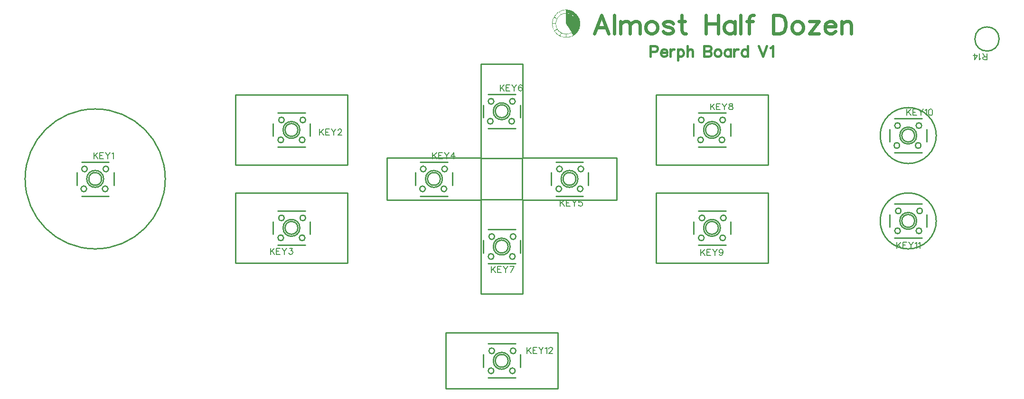
<source format=gto>
G04 Layer: TopSilkscreenLayer*
G04 EasyEDA v6.5.38, 2023-12-04 19:03:53*
G04 b5bff3c8101f4f8dbc120533c369a027,9f3f2715377c499da2f37e4e16011465,10*
G04 Gerber Generator version 0.2*
G04 Scale: 100 percent, Rotated: No, Reflected: No *
G04 Dimensions in millimeters *
G04 leading zeros omitted , absolute positions ,4 integer and 5 decimal *
%FSLAX45Y45*%
%MOMM*%

%ADD10C,0.6000*%
%ADD11C,0.4000*%
%ADD12C,0.1524*%
%ADD13C,0.2540*%

%LPD*%
G36*
X10705490Y12649962D02*
G01*
X10691520Y12649809D01*
X10678363Y12649047D01*
X10668254Y12647879D01*
X10658652Y12646507D01*
X10640923Y12642900D01*
X10629290Y12639751D01*
X10622737Y12637770D01*
X10610596Y12633401D01*
X10599978Y12629235D01*
X10578693Y12618720D01*
X10568445Y12612624D01*
X10586567Y12612624D01*
X10586567Y12614402D01*
X10598454Y12620142D01*
X10608564Y12624612D01*
X10622229Y12629642D01*
X10632490Y12632842D01*
X10642447Y12635433D01*
X10651032Y12637414D01*
X10662920Y12639395D01*
X10678363Y12641478D01*
X10696752Y12642392D01*
X10698327Y12641783D01*
X10698226Y12593675D01*
X10697565Y12588138D01*
X10682935Y12587427D01*
X10667015Y12585090D01*
X10698530Y12585090D01*
X10698988Y12586868D01*
X10715802Y12586817D01*
X10725912Y12585954D01*
X10737545Y12584328D01*
X10749432Y12581839D01*
X10759287Y12579248D01*
X10769396Y12575844D01*
X10780014Y12571679D01*
X10795203Y12564262D01*
X10803788Y12559284D01*
X10816234Y12551003D01*
X10829086Y12540691D01*
X10845444Y12524536D01*
X10852454Y12515951D01*
X10857484Y12509347D01*
X10864596Y12498781D01*
X10869676Y12490196D01*
X10876178Y12477038D01*
X10878566Y12471501D01*
X10882579Y12460935D01*
X10885576Y12451334D01*
X10888573Y12439700D01*
X10890961Y12425578D01*
X10892332Y12415469D01*
X10892332Y12385192D01*
X10888624Y12360960D01*
X10884966Y12346787D01*
X10881563Y12336729D01*
X10876330Y12323572D01*
X10870488Y12311989D01*
X10865612Y12303404D01*
X10856518Y12289739D01*
X10846816Y12277648D01*
X10839196Y12269622D01*
X10830102Y12260783D01*
X10822025Y12254077D01*
X10812932Y12247270D01*
X10805312Y12242190D01*
X10798403Y12238024D01*
X10797743Y12238024D01*
X10794949Y12242596D01*
X10794949Y12243308D01*
X10801807Y12247321D01*
X10813440Y12255398D01*
X10826089Y12265456D01*
X10840262Y12279680D01*
X10848340Y12289383D01*
X10856671Y12300966D01*
X10863580Y12312497D01*
X10867593Y12320066D01*
X10873333Y12332665D01*
X10876483Y12341250D01*
X10880394Y12354102D01*
X10882579Y12362942D01*
X10883950Y12371019D01*
X10886135Y12387681D01*
X10886135Y12412929D01*
X10883900Y12430099D01*
X10881512Y12442240D01*
X10878007Y12454839D01*
X10872724Y12469469D01*
X10864342Y12486894D01*
X10859008Y12495733D01*
X10852251Y12505842D01*
X10844072Y12516307D01*
X10836198Y12524892D01*
X10824057Y12536678D01*
X10813948Y12544755D01*
X10805312Y12550902D01*
X10793171Y12558217D01*
X10780522Y12564567D01*
X10769904Y12569037D01*
X10757255Y12573203D01*
X10746638Y12576149D01*
X10736021Y12578232D01*
X10720324Y12580264D01*
X10698937Y12580975D01*
X10698530Y12585090D01*
X10667015Y12585090D01*
X10656112Y12582753D01*
X10646511Y12580264D01*
X10634370Y12576200D01*
X10622381Y12571171D01*
X10613948Y12567056D01*
X10612526Y12567564D01*
X10586567Y12612624D01*
X10568445Y12612624D01*
X10555935Y12604343D01*
X10546334Y12597231D01*
X10530687Y12584074D01*
X10515498Y12568936D01*
X10506760Y12558826D01*
X10497718Y12547244D01*
X10487507Y12532106D01*
X10479906Y12518948D01*
X10488930Y12518948D01*
X10488930Y12519710D01*
X10496194Y12531598D01*
X10504830Y12544196D01*
X10512856Y12554305D01*
X10522051Y12564922D01*
X10534192Y12577013D01*
X10545826Y12587173D01*
X10553446Y12593167D01*
X10560507Y12598349D01*
X10570108Y12604750D01*
X10578693Y12610033D01*
X10579557Y12609830D01*
X10600740Y12573203D01*
X10600740Y12572644D01*
X10602569Y12569952D01*
X10606278Y12563144D01*
X10606278Y12562636D01*
X10602468Y12560706D01*
X10587837Y12550851D01*
X10578134Y12543028D01*
X10567568Y12533528D01*
X10557408Y12522504D01*
X10550855Y12514427D01*
X10540238Y12499289D01*
X10536224Y12492482D01*
X10535056Y12492482D01*
X10497820Y12513716D01*
X10496753Y12514529D01*
X10488930Y12518948D01*
X10479906Y12518948D01*
X10473131Y12505842D01*
X10466578Y12490196D01*
X10461193Y12475057D01*
X10459110Y12467996D01*
X10456621Y12458395D01*
X10454487Y12448794D01*
X10452100Y12434671D01*
X10449966Y12414961D01*
X10449966Y12404750D01*
X10457434Y12404750D01*
X10458094Y12420498D01*
X10460177Y12437160D01*
X10462158Y12448286D01*
X10464241Y12457887D01*
X10469270Y12475464D01*
X10474350Y12489688D01*
X10475264Y12490653D01*
X10475264Y12491974D01*
X10484815Y12512141D01*
X10486644Y12511430D01*
X10531500Y12485827D01*
X10531957Y12484557D01*
X10525353Y12470384D01*
X10521238Y12458903D01*
X10518851Y12451334D01*
X10515752Y12439192D01*
X10513771Y12428575D01*
X10511688Y12410998D01*
X10511688Y12403683D01*
X10510723Y12403074D01*
X10457434Y12404750D01*
X10449966Y12404750D01*
X10449966Y12397130D01*
X10468762Y12396825D01*
X10511434Y12395250D01*
X10511444Y12394946D01*
X10519105Y12394946D01*
X10520426Y12399060D01*
X10519105Y12403175D01*
X10520273Y12419990D01*
X10521289Y12427610D01*
X10523372Y12438176D01*
X10525404Y12446762D01*
X10529519Y12459919D01*
X10534548Y12472517D01*
X10539984Y12483744D01*
X10547248Y12496241D01*
X10553801Y12505842D01*
X10563047Y12517424D01*
X10567568Y12522504D01*
X10577677Y12532664D01*
X10587837Y12541250D01*
X10596067Y12547447D01*
X10607548Y12554864D01*
X10616742Y12560096D01*
X10628579Y12565684D01*
X10638891Y12569799D01*
X10651540Y12573762D01*
X10660430Y12576098D01*
X10672572Y12578334D01*
X10686948Y12580162D01*
X10697819Y12580315D01*
X10697768Y12485116D01*
X10697006Y12400838D01*
X10699699Y12395758D01*
X10715040Y12371171D01*
X10715040Y12370765D01*
X10719460Y12363958D01*
X10793933Y12243968D01*
X10793933Y12243257D01*
X10787126Y12239294D01*
X10779048Y12235180D01*
X10765891Y12229490D01*
X10756747Y12226340D01*
X10749686Y12224308D01*
X10740085Y12221870D01*
X10729976Y12219940D01*
X10721848Y12218822D01*
X10711383Y12217806D01*
X10689488Y12217857D01*
X10676331Y12219279D01*
X10664190Y12221362D01*
X10657636Y12222886D01*
X10649762Y12225020D01*
X10635894Y12229541D01*
X10625531Y12233910D01*
X10614406Y12239498D01*
X10606024Y12244273D01*
X10595406Y12251334D01*
X10585805Y12258598D01*
X10581741Y12262002D01*
X10574680Y12268555D01*
X10566247Y12277140D01*
X10559338Y12285218D01*
X10549382Y12298527D01*
X10541609Y12311481D01*
X10534497Y12325756D01*
X10530484Y12335764D01*
X10526420Y12347803D01*
X10523931Y12357404D01*
X10521746Y12367768D01*
X10520273Y12378131D01*
X10519105Y12394946D01*
X10511444Y12394946D01*
X10511637Y12389205D01*
X10513263Y12373813D01*
X10515854Y12358420D01*
X10519206Y12345771D01*
X10521188Y12339218D01*
X10524896Y12329160D01*
X10529519Y12318542D01*
X10537190Y12304166D01*
X10536224Y12303252D01*
X10491470Y12278309D01*
X10489742Y12278664D01*
X10478566Y12300610D01*
X10475061Y12309449D01*
X10474350Y12310465D01*
X10469321Y12324588D01*
X10463580Y12345111D01*
X10460126Y12362942D01*
X10458094Y12379147D01*
X10457383Y12397130D01*
X10449966Y12397130D01*
X10449966Y12385852D01*
X10452049Y12365482D01*
X10454081Y12353391D01*
X10456164Y12343790D01*
X10459110Y12332157D01*
X10463580Y12318034D01*
X10467644Y12307163D01*
X10472470Y12295835D01*
X10480141Y12280696D01*
X10485712Y12271095D01*
X10494518Y12271095D01*
X10495737Y12272213D01*
X10540288Y12297003D01*
X10541355Y12297054D01*
X10551617Y12282678D01*
X10560100Y12272568D01*
X10574578Y12258090D01*
X10589818Y12245898D01*
X10604703Y12236145D01*
X10611358Y12232690D01*
X10611358Y12231878D01*
X10585500Y12187783D01*
X10584637Y12186920D01*
X10571124Y12194743D01*
X10559491Y12202515D01*
X10548366Y12210897D01*
X10542270Y12216028D01*
X10532160Y12225121D01*
X10521696Y12235738D01*
X10512907Y12245848D01*
X10503865Y12257379D01*
X10494518Y12271095D01*
X10485712Y12271095D01*
X10496651Y12254433D01*
X10505541Y12242800D01*
X10515600Y12231217D01*
X10527131Y12219533D01*
X10534192Y12212980D01*
X10543133Y12205563D01*
X10550144Y12200077D01*
X10565079Y12189663D01*
X10576119Y12183008D01*
X10592104Y12183008D01*
X10592104Y12184126D01*
X10618419Y12228880D01*
X10628579Y12224308D01*
X10639399Y12220244D01*
X10647019Y12217857D01*
X10653064Y12216231D01*
X10663174Y12213894D01*
X10683443Y12210745D01*
X10697870Y12210084D01*
X10698327Y12209322D01*
X10697596Y12173153D01*
X10704931Y12173153D01*
X10706201Y12209983D01*
X10716818Y12210745D01*
X10726928Y12211862D01*
X10740085Y12214148D01*
X10749229Y12216282D01*
X10761319Y12219889D01*
X10774984Y12224969D01*
X10791190Y12232843D01*
X10797235Y12236450D01*
X10798352Y12236500D01*
X10825378Y12193117D01*
X10824819Y12192152D01*
X10813948Y12186056D01*
X10796219Y12177572D01*
X10784078Y12172746D01*
X10766399Y12166904D01*
X10746638Y12162332D01*
X10730738Y12159792D01*
X10715802Y12158268D01*
X10705185Y12158116D01*
X10704931Y12173153D01*
X10697596Y12173153D01*
X10697311Y12159030D01*
X10696295Y12158014D01*
X10684408Y12158268D01*
X10669270Y12159792D01*
X10656316Y12161774D01*
X10642447Y12164669D01*
X10630814Y12167768D01*
X10618673Y12171781D01*
X10610189Y12174880D01*
X10607141Y12176404D01*
X10606379Y12176404D01*
X10592104Y12183008D01*
X10576119Y12183008D01*
X10596422Y12172594D01*
X10607598Y12167870D01*
X10626242Y12161316D01*
X10636859Y12158319D01*
X10650524Y12155220D01*
X10665714Y12152630D01*
X10678363Y12151207D01*
X10700004Y12149988D01*
X10722000Y12151207D01*
X10734497Y12152680D01*
X10746638Y12154662D01*
X10756747Y12156694D01*
X10766907Y12159284D01*
X10773968Y12161418D01*
X10792155Y12167768D01*
X10803788Y12172746D01*
X10820501Y12181078D01*
X10827562Y12185142D01*
X10838230Y12191695D01*
X10848340Y12198858D01*
X10862462Y12209983D01*
X10874095Y12220651D01*
X10884814Y12231725D01*
X10889843Y12237262D01*
X10896955Y12245848D01*
X10903356Y12254433D01*
X10911890Y12266980D01*
X10920526Y12281662D01*
X10926876Y12294311D01*
X10933176Y12308941D01*
X10936173Y12317018D01*
X10940592Y12331141D01*
X10943640Y12342266D01*
X10945672Y12351867D01*
X10947654Y12363450D01*
X10949990Y12382652D01*
X10949940Y12418517D01*
X10947247Y12439192D01*
X10945672Y12448286D01*
X10943640Y12457887D01*
X10938510Y12476073D01*
X10936173Y12483134D01*
X10930890Y12496749D01*
X10925200Y12509347D01*
X10917732Y12523520D01*
X10906506Y12541351D01*
X10899698Y12550749D01*
X10891062Y12561519D01*
X10881563Y12571984D01*
X10875619Y12578029D01*
X10866526Y12586614D01*
X10854893Y12596317D01*
X10846308Y12602819D01*
X10835182Y12610439D01*
X10819993Y12619532D01*
X10801299Y12628626D01*
X10792510Y12632334D01*
X10779048Y12637109D01*
X10768634Y12640310D01*
X10759033Y12642850D01*
X10739577Y12646812D01*
X10722864Y12648946D01*
G37*
D10*
X11327353Y12553279D02*
G01*
X11200099Y12219015D01*
X11327353Y12553279D02*
G01*
X11454607Y12219015D01*
X11247597Y12330521D02*
G01*
X11406855Y12330521D01*
X11559509Y12553279D02*
G01*
X11559509Y12219015D01*
X11664411Y12441773D02*
G01*
X11664411Y12219015D01*
X11664411Y12378273D02*
G01*
X11712163Y12425771D01*
X11744167Y12441773D01*
X11791919Y12441773D01*
X11823669Y12425771D01*
X11839417Y12378273D01*
X11839417Y12219015D01*
X11839417Y12378273D02*
G01*
X11887169Y12425771D01*
X11919173Y12441773D01*
X11966671Y12441773D01*
X11998675Y12425771D01*
X12014423Y12378273D01*
X12014423Y12219015D01*
X12199081Y12441773D02*
G01*
X12167331Y12425771D01*
X12135327Y12394021D01*
X12119579Y12346269D01*
X12119579Y12314519D01*
X12135327Y12266767D01*
X12167331Y12235017D01*
X12199081Y12219015D01*
X12246833Y12219015D01*
X12278583Y12235017D01*
X12310333Y12266767D01*
X12326335Y12314519D01*
X12326335Y12346269D01*
X12310333Y12394021D01*
X12278583Y12425771D01*
X12246833Y12441773D01*
X12199081Y12441773D01*
X12606243Y12394021D02*
G01*
X12590495Y12425771D01*
X12542743Y12441773D01*
X12494991Y12441773D01*
X12447239Y12425771D01*
X12431237Y12394021D01*
X12447239Y12362271D01*
X12478989Y12346269D01*
X12558491Y12330521D01*
X12590495Y12314519D01*
X12606243Y12282769D01*
X12606243Y12266767D01*
X12590495Y12235017D01*
X12542743Y12219015D01*
X12494991Y12219015D01*
X12447239Y12235017D01*
X12431237Y12266767D01*
X12759151Y12553279D02*
G01*
X12759151Y12282769D01*
X12774899Y12235017D01*
X12806903Y12219015D01*
X12838653Y12219015D01*
X12711399Y12441773D02*
G01*
X12822651Y12441773D01*
X13188665Y12553279D02*
G01*
X13188665Y12219015D01*
X13411423Y12553279D02*
G01*
X13411423Y12219015D01*
X13188665Y12394021D02*
G01*
X13411423Y12394021D01*
X13707333Y12441773D02*
G01*
X13707333Y12219015D01*
X13707333Y12394021D02*
G01*
X13675329Y12425771D01*
X13643579Y12441773D01*
X13595827Y12441773D01*
X13564077Y12425771D01*
X13532327Y12394021D01*
X13516325Y12346269D01*
X13516325Y12314519D01*
X13532327Y12266767D01*
X13564077Y12235017D01*
X13595827Y12219015D01*
X13643579Y12219015D01*
X13675329Y12235017D01*
X13707333Y12266767D01*
X13812235Y12553279D02*
G01*
X13812235Y12219015D01*
X14044391Y12553279D02*
G01*
X14012641Y12553279D01*
X13980891Y12537277D01*
X13964889Y12489525D01*
X13964889Y12219015D01*
X13917137Y12441773D02*
G01*
X14028643Y12441773D01*
X14394403Y12553279D02*
G01*
X14394403Y12219015D01*
X14394403Y12553279D02*
G01*
X14505909Y12553279D01*
X14553661Y12537277D01*
X14585411Y12505527D01*
X14601413Y12473523D01*
X14617161Y12425771D01*
X14617161Y12346269D01*
X14601413Y12298517D01*
X14585411Y12266767D01*
X14553661Y12235017D01*
X14505909Y12219015D01*
X14394403Y12219015D01*
X14801819Y12441773D02*
G01*
X14770069Y12425771D01*
X14738065Y12394021D01*
X14722317Y12346269D01*
X14722317Y12314519D01*
X14738065Y12266767D01*
X14770069Y12235017D01*
X14801819Y12219015D01*
X14849571Y12219015D01*
X14881321Y12235017D01*
X14913071Y12266767D01*
X14929073Y12314519D01*
X14929073Y12346269D01*
X14913071Y12394021D01*
X14881321Y12425771D01*
X14849571Y12441773D01*
X14801819Y12441773D01*
X15208981Y12441773D02*
G01*
X15033975Y12219015D01*
X15033975Y12441773D02*
G01*
X15208981Y12441773D01*
X15033975Y12219015D02*
G01*
X15208981Y12219015D01*
X15314137Y12346269D02*
G01*
X15504891Y12346269D01*
X15504891Y12378273D01*
X15489143Y12410023D01*
X15473141Y12425771D01*
X15441391Y12441773D01*
X15393639Y12441773D01*
X15361889Y12425771D01*
X15329885Y12394021D01*
X15314137Y12346269D01*
X15314137Y12314519D01*
X15329885Y12266767D01*
X15361889Y12235017D01*
X15393639Y12219015D01*
X15441391Y12219015D01*
X15473141Y12235017D01*
X15504891Y12266767D01*
X15610047Y12441773D02*
G01*
X15610047Y12219015D01*
X15610047Y12378273D02*
G01*
X15657799Y12425771D01*
X15689549Y12441773D01*
X15737301Y12441773D01*
X15769051Y12425771D01*
X15785053Y12378273D01*
X15785053Y12219015D01*
D11*
X12200026Y12001779D02*
G01*
X12200026Y11810771D01*
X12200026Y12001779D02*
G01*
X12281814Y12001779D01*
X12308992Y11992635D01*
X12318136Y11983491D01*
X12327280Y11965457D01*
X12327280Y11938279D01*
X12318136Y11919991D01*
X12308992Y11910847D01*
X12281814Y11901703D01*
X12200026Y11901703D01*
X12387224Y11883669D02*
G01*
X12496444Y11883669D01*
X12496444Y11901703D01*
X12487300Y11919991D01*
X12478156Y11929135D01*
X12459868Y11938279D01*
X12432690Y11938279D01*
X12414402Y11929135D01*
X12396368Y11910847D01*
X12387224Y11883669D01*
X12387224Y11865381D01*
X12396368Y11838203D01*
X12414402Y11819915D01*
X12432690Y11810771D01*
X12459868Y11810771D01*
X12478156Y11819915D01*
X12496444Y11838203D01*
X12556388Y11938279D02*
G01*
X12556388Y11810771D01*
X12556388Y11883669D02*
G01*
X12565532Y11910847D01*
X12583566Y11929135D01*
X12601854Y11938279D01*
X12629032Y11938279D01*
X12688976Y11938279D02*
G01*
X12688976Y11747271D01*
X12688976Y11910847D02*
G01*
X12707264Y11929135D01*
X12725552Y11938279D01*
X12752730Y11938279D01*
X12770764Y11929135D01*
X12789052Y11910847D01*
X12798196Y11883669D01*
X12798196Y11865381D01*
X12789052Y11838203D01*
X12770764Y11819915D01*
X12752730Y11810771D01*
X12725552Y11810771D01*
X12707264Y11819915D01*
X12688976Y11838203D01*
X12858140Y12001779D02*
G01*
X12858140Y11810771D01*
X12858140Y11901703D02*
G01*
X12885318Y11929135D01*
X12903606Y11938279D01*
X12930784Y11938279D01*
X12949072Y11929135D01*
X12958216Y11901703D01*
X12958216Y11810771D01*
X13158114Y12001779D02*
G01*
X13158114Y11810771D01*
X13158114Y12001779D02*
G01*
X13239902Y12001779D01*
X13267334Y11992635D01*
X13276224Y11983491D01*
X13285368Y11965457D01*
X13285368Y11947169D01*
X13276224Y11929135D01*
X13267334Y11919991D01*
X13239902Y11910847D01*
X13158114Y11910847D02*
G01*
X13239902Y11910847D01*
X13267334Y11901703D01*
X13276224Y11892813D01*
X13285368Y11874525D01*
X13285368Y11847347D01*
X13276224Y11829059D01*
X13267334Y11819915D01*
X13239902Y11810771D01*
X13158114Y11810771D01*
X13390778Y11938279D02*
G01*
X13372744Y11929135D01*
X13354456Y11910847D01*
X13345312Y11883669D01*
X13345312Y11865381D01*
X13354456Y11838203D01*
X13372744Y11819915D01*
X13390778Y11810771D01*
X13418210Y11810771D01*
X13436244Y11819915D01*
X13454532Y11838203D01*
X13463676Y11865381D01*
X13463676Y11883669D01*
X13454532Y11910847D01*
X13436244Y11929135D01*
X13418210Y11938279D01*
X13390778Y11938279D01*
X13632586Y11938279D02*
G01*
X13632586Y11810771D01*
X13632586Y11910847D02*
G01*
X13614552Y11929135D01*
X13596264Y11938279D01*
X13569086Y11938279D01*
X13550798Y11929135D01*
X13532764Y11910847D01*
X13523620Y11883669D01*
X13523620Y11865381D01*
X13532764Y11838203D01*
X13550798Y11819915D01*
X13569086Y11810771D01*
X13596264Y11810771D01*
X13614552Y11819915D01*
X13632586Y11838203D01*
X13692784Y11938279D02*
G01*
X13692784Y11810771D01*
X13692784Y11883669D02*
G01*
X13701674Y11910847D01*
X13719962Y11929135D01*
X13738250Y11938279D01*
X13765428Y11938279D01*
X13934592Y12001779D02*
G01*
X13934592Y11810771D01*
X13934592Y11910847D02*
G01*
X13916304Y11929135D01*
X13898270Y11938279D01*
X13870838Y11938279D01*
X13852804Y11929135D01*
X13834516Y11910847D01*
X13825372Y11883669D01*
X13825372Y11865381D01*
X13834516Y11838203D01*
X13852804Y11819915D01*
X13870838Y11810771D01*
X13898270Y11810771D01*
X13916304Y11819915D01*
X13934592Y11838203D01*
X14134490Y12001779D02*
G01*
X14207134Y11810771D01*
X14280032Y12001779D02*
G01*
X14207134Y11810771D01*
X14339976Y11965457D02*
G01*
X14358264Y11974601D01*
X14385442Y12001779D01*
X14385442Y11810771D01*
D12*
X2274595Y10095895D02*
G01*
X2274595Y9986929D01*
X2347239Y10095895D02*
G01*
X2274595Y10023251D01*
X2300503Y10049159D02*
G01*
X2347239Y9986929D01*
X2381529Y10095895D02*
G01*
X2381529Y9986929D01*
X2381529Y10095895D02*
G01*
X2449093Y10095895D01*
X2381529Y10044079D02*
G01*
X2423185Y10044079D01*
X2381529Y9986929D02*
G01*
X2449093Y9986929D01*
X2483383Y10095895D02*
G01*
X2525039Y10044079D01*
X2525039Y9986929D01*
X2566695Y10095895D02*
G01*
X2525039Y10044079D01*
X2600985Y10075067D02*
G01*
X2611145Y10080401D01*
X2626893Y10095895D01*
X2626893Y9986929D01*
X6299987Y10515295D02*
G01*
X6299987Y10406329D01*
X6372631Y10515295D02*
G01*
X6299987Y10442651D01*
X6325895Y10468559D02*
G01*
X6372631Y10406329D01*
X6406921Y10515295D02*
G01*
X6406921Y10406329D01*
X6406921Y10515295D02*
G01*
X6474485Y10515295D01*
X6406921Y10463479D02*
G01*
X6448577Y10463479D01*
X6406921Y10406329D02*
G01*
X6474485Y10406329D01*
X6508775Y10515295D02*
G01*
X6550431Y10463479D01*
X6550431Y10406329D01*
X6592087Y10515295D02*
G01*
X6550431Y10463479D01*
X6631457Y10489387D02*
G01*
X6631457Y10494467D01*
X6636537Y10504881D01*
X6641871Y10510215D01*
X6652285Y10515295D01*
X6673113Y10515295D01*
X6683527Y10510215D01*
X6688607Y10504881D01*
X6693687Y10494467D01*
X6693687Y10484053D01*
X6688607Y10473639D01*
X6678193Y10458145D01*
X6626377Y10406329D01*
X6699021Y10406329D01*
X5426354Y8388007D02*
G01*
X5426354Y8279041D01*
X5498998Y8388007D02*
G01*
X5426354Y8315363D01*
X5452262Y8341271D02*
G01*
X5498998Y8279041D01*
X5533288Y8388007D02*
G01*
X5533288Y8279041D01*
X5533288Y8388007D02*
G01*
X5600852Y8388007D01*
X5533288Y8336191D02*
G01*
X5574944Y8336191D01*
X5533288Y8279041D02*
G01*
X5600852Y8279041D01*
X5635142Y8388007D02*
G01*
X5676798Y8336191D01*
X5676798Y8279041D01*
X5718454Y8388007D02*
G01*
X5676798Y8336191D01*
X5762904Y8388007D02*
G01*
X5820054Y8388007D01*
X5789066Y8346351D01*
X5804560Y8346351D01*
X5814974Y8341271D01*
X5820054Y8336191D01*
X5825388Y8320443D01*
X5825388Y8310029D01*
X5820054Y8294535D01*
X5809894Y8284121D01*
X5794146Y8279041D01*
X5778652Y8279041D01*
X5762904Y8284121D01*
X5757824Y8289201D01*
X5752744Y8299615D01*
X8316084Y10095895D02*
G01*
X8316084Y9986929D01*
X8388728Y10095895D02*
G01*
X8316084Y10023251D01*
X8341995Y10049159D02*
G01*
X8388728Y9986929D01*
X8423018Y10095895D02*
G01*
X8423018Y9986929D01*
X8423018Y10095895D02*
G01*
X8490582Y10095895D01*
X8423018Y10044079D02*
G01*
X8464677Y10044079D01*
X8423018Y9986929D02*
G01*
X8490582Y9986929D01*
X8524875Y10095895D02*
G01*
X8566528Y10044079D01*
X8566528Y9986929D01*
X8608184Y10095895D02*
G01*
X8566528Y10044079D01*
X8694293Y10095895D02*
G01*
X8642477Y10023251D01*
X8720198Y10023251D01*
X8694293Y10095895D02*
G01*
X8694293Y9986929D01*
X10594223Y9249229D02*
G01*
X10594223Y9140263D01*
X10666867Y9249229D02*
G01*
X10594223Y9176583D01*
X10620131Y9202493D02*
G01*
X10666867Y9140263D01*
X10701157Y9249229D02*
G01*
X10701157Y9140263D01*
X10701157Y9249229D02*
G01*
X10768721Y9249229D01*
X10701157Y9197413D02*
G01*
X10742813Y9197413D01*
X10701157Y9140263D02*
G01*
X10768721Y9140263D01*
X10803011Y9249229D02*
G01*
X10844667Y9197413D01*
X10844667Y9140263D01*
X10886323Y9249229D02*
G01*
X10844667Y9197413D01*
X10982843Y9249229D02*
G01*
X10930773Y9249229D01*
X10925693Y9202493D01*
X10930773Y9207573D01*
X10946521Y9212905D01*
X10962015Y9212905D01*
X10977763Y9207573D01*
X10987923Y9197413D01*
X10993257Y9181665D01*
X10993257Y9171251D01*
X10987923Y9155755D01*
X10977763Y9145343D01*
X10962015Y9140263D01*
X10946521Y9140263D01*
X10930773Y9145343D01*
X10925693Y9150423D01*
X10920613Y9160837D01*
X9524580Y11304394D02*
G01*
X9524580Y11195428D01*
X9597224Y11304394D02*
G01*
X9524580Y11231750D01*
X9550488Y11257658D02*
G01*
X9597224Y11195428D01*
X9631514Y11304394D02*
G01*
X9631514Y11195428D01*
X9631514Y11304394D02*
G01*
X9699078Y11304394D01*
X9631514Y11252578D02*
G01*
X9673170Y11252578D01*
X9631514Y11195428D02*
G01*
X9699078Y11195428D01*
X9733368Y11304394D02*
G01*
X9775024Y11252578D01*
X9775024Y11195428D01*
X9816680Y11304394D02*
G01*
X9775024Y11252578D01*
X9913200Y11288900D02*
G01*
X9908120Y11299314D01*
X9892372Y11304394D01*
X9881958Y11304394D01*
X9866464Y11299314D01*
X9856050Y11283566D01*
X9850970Y11257658D01*
X9850970Y11231750D01*
X9856050Y11210922D01*
X9866464Y11200508D01*
X9881958Y11195428D01*
X9887292Y11195428D01*
X9902786Y11200508D01*
X9913200Y11210922D01*
X9918280Y11226416D01*
X9918280Y11231750D01*
X9913200Y11247244D01*
X9902786Y11257658D01*
X9887292Y11262738D01*
X9881958Y11262738D01*
X9866464Y11257658D01*
X9856050Y11247244D01*
X9850970Y11231750D01*
X18205038Y11755711D02*
G01*
X18205038Y11864677D01*
X18205038Y11755711D02*
G01*
X18158305Y11755711D01*
X18142808Y11760791D01*
X18137474Y11766125D01*
X18132394Y11776539D01*
X18132394Y11786953D01*
X18137474Y11797367D01*
X18142808Y11802447D01*
X18158305Y11807527D01*
X18205038Y11807527D01*
X18168719Y11807527D02*
G01*
X18132394Y11864677D01*
X18098104Y11776539D02*
G01*
X18087690Y11771205D01*
X18071942Y11755711D01*
X18071942Y11864677D01*
X17985839Y11755711D02*
G01*
X18037655Y11828355D01*
X17959928Y11828355D01*
X17985839Y11755711D02*
G01*
X17985839Y11864677D01*
X9368640Y8061258D02*
G01*
X9368640Y7952038D01*
X9441538Y8061258D02*
G01*
X9368640Y7988360D01*
X9394802Y8014522D02*
G01*
X9441538Y7952038D01*
X9475828Y8061258D02*
G01*
X9475828Y7952038D01*
X9475828Y8061258D02*
G01*
X9543392Y8061258D01*
X9475828Y8009188D02*
G01*
X9517230Y8009188D01*
X9475828Y7952038D02*
G01*
X9543392Y7952038D01*
X9577682Y8061258D02*
G01*
X9619084Y8009188D01*
X9619084Y7952038D01*
X9660740Y8061258D02*
G01*
X9619084Y8009188D01*
X9767674Y8061258D02*
G01*
X9715858Y7952038D01*
X9695030Y8061258D02*
G01*
X9767674Y8061258D01*
X13274573Y10970895D02*
G01*
X13274573Y10861675D01*
X13347471Y10970895D02*
G01*
X13274573Y10897996D01*
X13300735Y10924159D02*
G01*
X13347471Y10861675D01*
X13381761Y10970895D02*
G01*
X13381761Y10861675D01*
X13381761Y10970895D02*
G01*
X13449325Y10970895D01*
X13381761Y10918825D02*
G01*
X13423163Y10918825D01*
X13381761Y10861675D02*
G01*
X13449325Y10861675D01*
X13483615Y10970895D02*
G01*
X13525017Y10918825D01*
X13525017Y10861675D01*
X13566673Y10970895D02*
G01*
X13525017Y10918825D01*
X13626871Y10970895D02*
G01*
X13611377Y10965561D01*
X13606043Y10955146D01*
X13606043Y10944733D01*
X13611377Y10934572D01*
X13621791Y10929238D01*
X13642365Y10924159D01*
X13658113Y10918825D01*
X13668527Y10908411D01*
X13673607Y10897996D01*
X13673607Y10882503D01*
X13668527Y10872088D01*
X13663193Y10867009D01*
X13647699Y10861675D01*
X13626871Y10861675D01*
X13611377Y10867009D01*
X13606043Y10872088D01*
X13600963Y10882503D01*
X13600963Y10897996D01*
X13606043Y10908411D01*
X13616457Y10918825D01*
X13632205Y10924159D01*
X13652779Y10929238D01*
X13663193Y10934572D01*
X13668527Y10944733D01*
X13668527Y10955146D01*
X13663193Y10965561D01*
X13647699Y10970895D01*
X13626871Y10970895D01*
X13099445Y8368789D02*
G01*
X13099445Y8259569D01*
X13172343Y8368789D02*
G01*
X13099445Y8295891D01*
X13125607Y8322053D02*
G01*
X13172343Y8259569D01*
X13206633Y8368789D02*
G01*
X13206633Y8259569D01*
X13206633Y8368789D02*
G01*
X13274197Y8368789D01*
X13206633Y8316719D02*
G01*
X13248035Y8316719D01*
X13206633Y8259569D02*
G01*
X13274197Y8259569D01*
X13308487Y8368789D02*
G01*
X13349889Y8316719D01*
X13349889Y8259569D01*
X13391545Y8368789D02*
G01*
X13349889Y8316719D01*
X13493399Y8332467D02*
G01*
X13488065Y8316719D01*
X13477651Y8306305D01*
X13462157Y8301225D01*
X13457077Y8301225D01*
X13441329Y8306305D01*
X13430915Y8316719D01*
X13425835Y8332467D01*
X13425835Y8337547D01*
X13430915Y8353041D01*
X13441329Y8363455D01*
X13457077Y8368789D01*
X13462157Y8368789D01*
X13477651Y8363455D01*
X13488065Y8353041D01*
X13493399Y8332467D01*
X13493399Y8306305D01*
X13488065Y8280397D01*
X13477651Y8264903D01*
X13462157Y8259569D01*
X13451743Y8259569D01*
X13436249Y8264903D01*
X13430915Y8275317D01*
X16774566Y10870892D02*
G01*
X16774566Y10761672D01*
X16847464Y10870892D02*
G01*
X16774566Y10797994D01*
X16800728Y10824156D02*
G01*
X16847464Y10761672D01*
X16881754Y10870892D02*
G01*
X16881754Y10761672D01*
X16881754Y10870892D02*
G01*
X16949318Y10870892D01*
X16881754Y10818822D02*
G01*
X16923156Y10818822D01*
X16881754Y10761672D02*
G01*
X16949318Y10761672D01*
X16983608Y10870892D02*
G01*
X17025010Y10818822D01*
X17025010Y10761672D01*
X17066666Y10870892D02*
G01*
X17025010Y10818822D01*
X17100956Y10850064D02*
G01*
X17111370Y10855144D01*
X17126864Y10870892D01*
X17126864Y10761672D01*
X17192396Y10870892D02*
G01*
X17176648Y10865558D01*
X17166488Y10850064D01*
X17161154Y10824156D01*
X17161154Y10808408D01*
X17166488Y10782500D01*
X17176648Y10767006D01*
X17192396Y10761672D01*
X17202810Y10761672D01*
X17218304Y10767006D01*
X17228718Y10782500D01*
X17233798Y10808408D01*
X17233798Y10824156D01*
X17228718Y10850064D01*
X17218304Y10865558D01*
X17202810Y10870892D01*
X17192396Y10870892D01*
X16599763Y8493589D02*
G01*
X16599763Y8384623D01*
X16672407Y8493589D02*
G01*
X16599763Y8420948D01*
X16625671Y8446856D02*
G01*
X16672407Y8384623D01*
X16706697Y8493589D02*
G01*
X16706697Y8384623D01*
X16706697Y8493589D02*
G01*
X16774261Y8493589D01*
X16706697Y8441773D02*
G01*
X16748353Y8441773D01*
X16706697Y8384623D02*
G01*
X16774261Y8384623D01*
X16808551Y8493589D02*
G01*
X16850207Y8441773D01*
X16850207Y8384623D01*
X16891609Y8493589D02*
G01*
X16850207Y8441773D01*
X16925899Y8472764D02*
G01*
X16936313Y8478098D01*
X16951807Y8493589D01*
X16951807Y8384623D01*
X16986097Y8472764D02*
G01*
X16996511Y8478098D01*
X17012259Y8493589D01*
X17012259Y8384623D01*
X9999903Y6615404D02*
G01*
X9999903Y6506184D01*
X10072801Y6615404D02*
G01*
X9999903Y6542506D01*
X10026065Y6568668D02*
G01*
X10072801Y6506184D01*
X10107091Y6615404D02*
G01*
X10107091Y6506184D01*
X10107091Y6615404D02*
G01*
X10174655Y6615404D01*
X10107091Y6563334D02*
G01*
X10148493Y6563334D01*
X10107091Y6506184D02*
G01*
X10174655Y6506184D01*
X10208945Y6615404D02*
G01*
X10250347Y6563334D01*
X10250347Y6506184D01*
X10292003Y6615404D02*
G01*
X10250347Y6563334D01*
X10326293Y6594576D02*
G01*
X10336707Y6599656D01*
X10352201Y6615404D01*
X10352201Y6506184D01*
X10391825Y6589242D02*
G01*
X10391825Y6594576D01*
X10396905Y6604990D01*
X10401985Y6610070D01*
X10412399Y6615404D01*
X10433227Y6615404D01*
X10443641Y6610070D01*
X10448975Y6604990D01*
X10454055Y6594576D01*
X10454055Y6584162D01*
X10448975Y6573748D01*
X10438561Y6558254D01*
X10386491Y6506184D01*
X10459135Y6506184D01*
D13*
X2630195Y9737023D02*
G01*
X2630195Y9512935D01*
X2054981Y9929779D02*
G01*
X2545008Y9929779D01*
X1969795Y9737023D02*
G01*
X1969795Y9512935D01*
X2054981Y9320179D02*
G01*
X2545008Y9320179D01*
X5469788Y10387934D02*
G01*
X5469788Y10612023D01*
X6045001Y10195179D02*
G01*
X5554974Y10195179D01*
X6130188Y10387934D02*
G01*
X6130188Y10612023D01*
X6045001Y10804779D02*
G01*
X5554974Y10804779D01*
X5469788Y8637938D02*
G01*
X5469788Y8862026D01*
X6045001Y8445182D02*
G01*
X5554974Y8445182D01*
X6130188Y8637938D02*
G01*
X6130188Y8862026D01*
X6045001Y9054782D02*
G01*
X5554974Y9054782D01*
X8671684Y9737023D02*
G01*
X8671684Y9512935D01*
X8096470Y9929779D02*
G01*
X8586495Y9929779D01*
X8011284Y9737023D02*
G01*
X8011284Y9512935D01*
X8096470Y9320179D02*
G01*
X8586495Y9320179D01*
X10428277Y9512937D02*
G01*
X10428277Y9737023D01*
X11003490Y9320179D02*
G01*
X10513463Y9320179D01*
X11088677Y9512937D02*
G01*
X11088677Y9737023D01*
X11003490Y9929779D02*
G01*
X10513463Y9929779D01*
X9880180Y10945522D02*
G01*
X9880180Y10721433D01*
X9304967Y11138278D02*
G01*
X9794994Y11138278D01*
X9219780Y10945522D02*
G01*
X9219780Y10721433D01*
X9304967Y10528678D02*
G01*
X9794994Y10528678D01*
X9219780Y8304438D02*
G01*
X9219780Y8528527D01*
X9794994Y8111683D02*
G01*
X9304967Y8111683D01*
X9880180Y8304438D02*
G01*
X9880180Y8528527D01*
X9794994Y8721283D02*
G01*
X9304967Y8721283D01*
X13630173Y10612023D02*
G01*
X13630173Y10387934D01*
X13054959Y10804779D02*
G01*
X13544986Y10804779D01*
X12969773Y10612023D02*
G01*
X12969773Y10387934D01*
X13054959Y10195179D02*
G01*
X13544986Y10195179D01*
X12969773Y8637938D02*
G01*
X12969773Y8862026D01*
X13544986Y8445182D02*
G01*
X13054959Y8445182D01*
X13630173Y8637938D02*
G01*
X13630173Y8862026D01*
X13544986Y9054782D02*
G01*
X13054959Y9054782D01*
X17130166Y10512021D02*
G01*
X17130166Y10287932D01*
X16554952Y10704776D02*
G01*
X17044979Y10704776D01*
X16469766Y10512021D02*
G01*
X16469766Y10287932D01*
X16554952Y10095176D02*
G01*
X17044979Y10095176D01*
X16469766Y8762939D02*
G01*
X16469766Y8987028D01*
X17044979Y8570183D02*
G01*
X16554952Y8570183D01*
X17130166Y8762939D02*
G01*
X17130166Y8987028D01*
X17044979Y9179783D02*
G01*
X16554952Y9179783D01*
X9219780Y6262944D02*
G01*
X9219780Y6487032D01*
X9794994Y6070188D02*
G01*
X9304967Y6070188D01*
X9880180Y6262944D02*
G01*
X9880180Y6487032D01*
X9794994Y6679788D02*
G01*
X9304967Y6679788D01*
G75*
G01
X3549993Y9624979D02*
G03X3549993Y9624979I-1249997J0D01*
G75*
G01
X17299965Y10399979D02*
G03X17299965Y10399979I-499999J0D01*
G75*
G01
X17299965Y8874981D02*
G03X17299965Y8874981I-499999J0D01*
G75*
G01
X2160295Y9802779D02*
G03X2160295Y9802779I-50800J0D01*
G75*
G01
X2147595Y9447179D02*
G03X2147595Y9447179I-50800J0D01*
G75*
G01
X2541295Y9802779D02*
G03X2541295Y9802779I-50800J0D01*
G75*
G01
X2528595Y9447179D02*
G03X2528595Y9447179I-50800J0D01*
G75*
G01
X2414295Y9624979D02*
G03X2414295Y9624979I-114300J0D01*
G75*
G01
X2450109Y9624979D02*
G03X2450109Y9624979I-150114J0D01*
G75*
G01
X6041288Y10322179D02*
G03X6041288Y10322179I-50800J0D01*
G75*
G01
X6053988Y10677779D02*
G03X6053988Y10677779I-50800J0D01*
G75*
G01
X5660288Y10322179D02*
G03X5660288Y10322179I-50800J0D01*
G75*
G01
X5672988Y10677779D02*
G03X5672988Y10677779I-50800J0D01*
G75*
G01
X5914288Y10499979D02*
G03X5914288Y10499979I-114300J0D01*
G75*
G01
X5950102Y10499979D02*
G03X5950102Y10499979I-150114J0D01*
G75*
G01
X6041288Y8572183D02*
G03X6041288Y8572183I-50800J0D01*
G75*
G01
X6053988Y8927783D02*
G03X6053988Y8927783I-50800J0D01*
G75*
G01
X5660288Y8572183D02*
G03X5660288Y8572183I-50800J0D01*
G75*
G01
X5672988Y8927783D02*
G03X5672988Y8927783I-50800J0D01*
G75*
G01
X5914288Y8749983D02*
G03X5914288Y8749983I-114300J0D01*
G75*
G01
X5950102Y8749983D02*
G03X5950102Y8749983I-150114J0D01*
G75*
G01
X8201784Y9802779D02*
G03X8201784Y9802779I-50800J0D01*
G75*
G01
X8189084Y9447179D02*
G03X8189084Y9447179I-50800J0D01*
G75*
G01
X8582784Y9802779D02*
G03X8582784Y9802779I-50800J0D01*
G75*
G01
X8570084Y9447179D02*
G03X8570084Y9447179I-50800J0D01*
G75*
G01
X8455784Y9624979D02*
G03X8455784Y9624979I-114300J0D01*
G75*
G01
X8491598Y9624979D02*
G03X8491598Y9624979I-150114J0D01*
G75*
G01
X10999777Y9447179D02*
G03X10999777Y9447179I-50800J0D01*
G75*
G01
X11012477Y9802779D02*
G03X11012477Y9802779I-50800J0D01*
G75*
G01
X10618777Y9447179D02*
G03X10618777Y9447179I-50800J0D01*
G75*
G01
X10631477Y9802779D02*
G03X10631477Y9802779I-50800J0D01*
G75*
G01
X10872777Y9624979D02*
G03X10872777Y9624979I-114300J0D01*
G75*
G01
X10908591Y9624979D02*
G03X10908591Y9624979I-150114J0D01*
G75*
G01
X9410281Y11011278D02*
G03X9410281Y11011278I-50800J0D01*
G75*
G01
X9397581Y10655678D02*
G03X9397581Y10655678I-50800J0D01*
G75*
G01
X9791281Y11011278D02*
G03X9791281Y11011278I-50800J0D01*
G75*
G01
X9778581Y10655678D02*
G03X9778581Y10655678I-50800J0D01*
G75*
G01
X9664281Y10833478D02*
G03X9664281Y10833478I-114300J0D01*
G75*
G01
X9700095Y10833478D02*
G03X9700095Y10833478I-150114J0D01*
G75*
G01
X18420939Y12125028D02*
G03X18420939Y12125028I-215900J0D01*
G75*
G01
X9791281Y8238683D02*
G03X9791281Y8238683I-50800J0D01*
G75*
G01
X9803981Y8594283D02*
G03X9803981Y8594283I-50800J0D01*
G75*
G01
X9410281Y8238683D02*
G03X9410281Y8238683I-50800J0D01*
G75*
G01
X9422981Y8594283D02*
G03X9422981Y8594283I-50800J0D01*
G75*
G01
X9664281Y8416483D02*
G03X9664281Y8416483I-114300J0D01*
G75*
G01
X9700095Y8416483D02*
G03X9700095Y8416483I-150114J0D01*
G75*
G01
X13160273Y10677779D02*
G03X13160273Y10677779I-50800J0D01*
G75*
G01
X13147573Y10322179D02*
G03X13147573Y10322179I-50800J0D01*
G75*
G01
X13541273Y10677779D02*
G03X13541273Y10677779I-50800J0D01*
G75*
G01
X13528573Y10322179D02*
G03X13528573Y10322179I-50800J0D01*
G75*
G01
X13414273Y10499979D02*
G03X13414273Y10499979I-114300J0D01*
G75*
G01
X13450087Y10499979D02*
G03X13450087Y10499979I-150114J0D01*
G75*
G01
X13541273Y8572183D02*
G03X13541273Y8572183I-50800J0D01*
G75*
G01
X13553973Y8927783D02*
G03X13553973Y8927783I-50800J0D01*
G75*
G01
X13160273Y8572183D02*
G03X13160273Y8572183I-50800J0D01*
G75*
G01
X13172973Y8927783D02*
G03X13172973Y8927783I-50800J0D01*
G75*
G01
X13414273Y8749983D02*
G03X13414273Y8749983I-114300J0D01*
G75*
G01
X13450087Y8749983D02*
G03X13450087Y8749983I-150114J0D01*
G75*
G01
X16660266Y10577779D02*
G03X16660266Y10577779I-50800J0D01*
G75*
G01
X16647566Y10222179D02*
G03X16647566Y10222179I-50800J0D01*
G75*
G01
X17041266Y10577779D02*
G03X17041266Y10577779I-50800J0D01*
G75*
G01
X17028566Y10222179D02*
G03X17028566Y10222179I-50800J0D01*
G75*
G01
X16914266Y10399979D02*
G03X16914266Y10399979I-114300J0D01*
G75*
G01
X16950080Y10399979D02*
G03X16950080Y10399979I-150114J0D01*
G75*
G01
X17041266Y8697181D02*
G03X17041266Y8697181I-50800J0D01*
G75*
G01
X17053966Y9052781D02*
G03X17053966Y9052781I-50800J0D01*
G75*
G01
X16660266Y8697181D02*
G03X16660266Y8697181I-50800J0D01*
G75*
G01
X16672966Y9052781D02*
G03X16672966Y9052781I-50800J0D01*
G75*
G01
X16914266Y8874981D02*
G03X16914266Y8874981I-114300J0D01*
G75*
G01
X16950080Y8874981D02*
G03X16950080Y8874981I-150114J0D01*
G75*
G01
X9791281Y6197186D02*
G03X9791281Y6197186I-50800J0D01*
G75*
G01
X9803981Y6552786D02*
G03X9803981Y6552786I-50800J0D01*
G75*
G01
X9410281Y6197186D02*
G03X9410281Y6197186I-50800J0D01*
G75*
G01
X9422981Y6552786D02*
G03X9422981Y6552786I-50800J0D01*
G75*
G01
X9664281Y6374986D02*
G03X9664281Y6374986I-114300J0D01*
G75*
G01
X9700095Y6374986D02*
G03X9700095Y6374986I-150114J0D01*
X12299975Y11124976D02*
G01*
X14299971Y11124976D01*
X14299971Y9874978D01*
X12299975Y9874978D01*
X12299975Y11124976D01*
X12299975Y9374979D02*
G01*
X14299971Y9374979D01*
X14299971Y8124982D01*
X12299975Y8124982D01*
X12299975Y9374979D01*
X8549982Y6874984D02*
G01*
X10549978Y6874984D01*
X10549978Y5874986D01*
X8549982Y5874986D01*
X8549982Y6874984D01*
X4799990Y11124976D02*
G01*
X6799986Y11124976D01*
X6799986Y9874978D01*
X4799990Y9874978D01*
X4799990Y11124976D01*
X4799990Y9374979D02*
G01*
X6799986Y9374979D01*
X6799986Y8124982D01*
X4799990Y8124982D01*
X4799990Y9374979D01*
X7499984Y9999979D02*
G01*
X9182981Y9999979D01*
X9182981Y9249981D01*
X7499984Y9249981D01*
X7499984Y9999979D01*
X9916980Y9999979D02*
G01*
X11599976Y9999979D01*
X11599976Y9249981D01*
X9916980Y9249981D01*
X9916980Y9999979D01*
X9174982Y11674975D02*
G01*
X9924981Y11674975D01*
X9924981Y9991978D01*
X9174982Y9991978D01*
X9174982Y11674975D01*
X9174982Y9257982D02*
G01*
X9924981Y9257982D01*
X9924981Y7574986D01*
X9174982Y7574986D01*
X9174982Y9257982D01*
M02*

</source>
